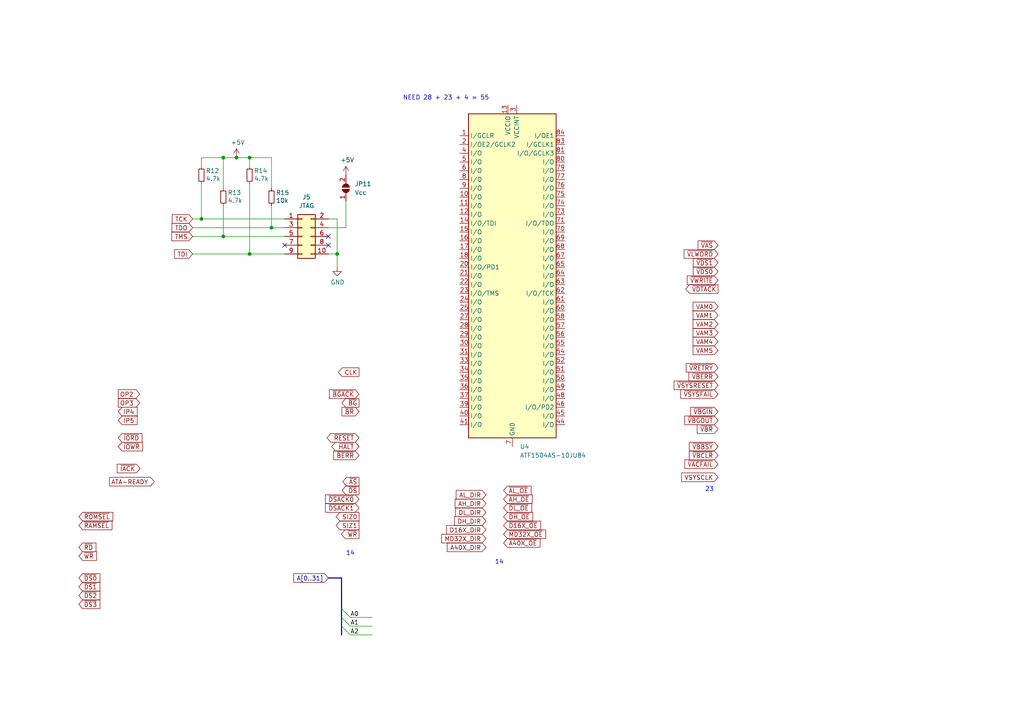
<source format=kicad_sch>
(kicad_sch (version 20231120) (generator "eeschema") (generator_version "8.0")
  (paper "A4")
  (title_block (title "k30-VME32") (rev "1"))
  (lib_symbols
    (symbol "Computie_CPLDs:ATF1504AS-10JU84"
      (property "Reference" "U" (at -12.7 48.26 0))
      (property "Value" "ATF1504AS-10JU84" (at 22.86 48.26 0))
      (symbol "ATF1504AS-10JU84_0_1"
        (rectangle (start -12.7 46.99) (end 12.7 -46.99) (stroke (width 0.254)) (fill (type background)))
      )
      (symbol "ATF1504AS-10JU84_1_1"
        (pin input line (at -15.24 40.64 0) (length 2.54) (name "I/GCLR") (number "1"))
        (pin bidirectional line (at -15.24 22.86 0) (length 2.54) (name "I/O") (number "10"))
        (pin bidirectional line (at -15.24 20.32 0) (length 2.54) (name "I/O") (number "11"))
        (pin bidirectional line (at -15.24 17.78 0) (length 2.54) (name "I/O") (number "12"))
        (pin power_in line (at -1.27 49.53 270) (length 2.54) (name "VCCIO") (number "13"))
        (pin bidirectional line (at -15.24 15.24 0) (length 2.54) (name "I/O/TDI") (number "14"))
        (pin bidirectional line (at -15.24 12.7 0) (length 2.54) (name "I/O") (number "15"))
        (pin bidirectional line (at -15.24 10.16 0) (length 2.54) (name "I/O") (number "16"))
        (pin bidirectional line (at -15.24 7.62 0) (length 2.54) (name "I/O") (number "17"))
        (pin bidirectional line (at -15.24 5.08 0) (length 2.54) (name "I/O") (number "18"))
        (pin passive line (at 0 -49.53 90) (length 2.54) hide (name "GND") (number "19"))
        (pin input line (at -15.24 38.1 0) (length 2.54) (name "I/OE2/GCLK2") (number "2"))
        (pin bidirectional line (at -15.24 2.54 0) (length 2.54) (name "I/O/PD1") (number "20"))
        (pin bidirectional line (at -15.24 0 0) (length 2.54) (name "I/O") (number "21"))
        (pin bidirectional line (at -15.24 -2.54 0) (length 2.54) (name "I/O") (number "22"))
        (pin bidirectional line (at -15.24 -5.08 0) (length 2.54) (name "I/O/TMS") (number "23"))
        (pin bidirectional line (at -15.24 -7.62 0) (length 2.54) (name "I/O") (number "24"))
        (pin bidirectional line (at -15.24 -10.16 0) (length 2.54) (name "I/O") (number "25"))
        (pin passive line (at -1.27 49.53 270) (length 2.54) hide (name "VCCIO") (number "26"))
        (pin bidirectional line (at -15.24 -12.7 0) (length 2.54) (name "I/O") (number "27"))
        (pin bidirectional line (at -15.24 -15.24 0) (length 2.54) (name "I/O") (number "28"))
        (pin bidirectional line (at -15.24 -17.78 0) (length 2.54) (name "I/O") (number "29"))
        (pin power_in line (at 1.27 49.53 270) (length 2.54) (name "VCCINT") (number "3"))
        (pin bidirectional line (at -15.24 -20.32 0) (length 2.54) (name "I/O") (number "30"))
        (pin bidirectional line (at -15.24 -22.86 0) (length 2.54) (name "I/O") (number "31"))
        (pin passive line (at 0 -49.53 90) (length 2.54) hide (name "GND") (number "32"))
        (pin bidirectional line (at -15.24 -25.4 0) (length 2.54) (name "I/O") (number "33"))
        (pin bidirectional line (at -15.24 -27.94 0) (length 2.54) (name "I/O") (number "34"))
        (pin bidirectional line (at -15.24 -30.48 0) (length 2.54) (name "I/O") (number "35"))
        (pin bidirectional line (at -15.24 -33.02 0) (length 2.54) (name "I/O") (number "36"))
        (pin bidirectional line (at -15.24 -35.56 0) (length 2.54) (name "I/O") (number "37"))
        (pin passive line (at -1.27 49.53 270) (length 2.54) hide (name "VCCIO") (number "38"))
        (pin bidirectional line (at -15.24 -38.1 0) (length 2.54) (name "I/O") (number "39"))
        (pin bidirectional line (at -15.24 35.56 0) (length 2.54) (name "I/O") (number "4"))
        (pin bidirectional line (at -15.24 -40.64 0) (length 2.54) (name "I/O") (number "40"))
        (pin bidirectional line (at -15.24 -43.18 0) (length 2.54) (name "I/O") (number "41"))
        (pin passive line (at 0 -49.53 90) (length 2.54) hide (name "GND") (number "42"))
        (pin passive line (at 1.27 49.53 270) (length 2.54) hide (name "VCCINT") (number "43"))
        (pin bidirectional line (at 15.24 -43.18 180) (length 2.54) (name "I/O") (number "44"))
        (pin bidirectional line (at 15.24 -40.64 180) (length 2.54) (name "I/O") (number "45"))
        (pin bidirectional line (at 15.24 -38.1 180) (length 2.54) (name "I/O/PD2") (number "46"))
        (pin passive line (at 0 -49.53 90) (length 2.54) hide (name "GND") (number "47"))
        (pin bidirectional line (at 15.24 -35.56 180) (length 2.54) (name "I/O") (number "48"))
        (pin bidirectional line (at 15.24 -33.02 180) (length 2.54) (name "I/O") (number "49"))
        (pin bidirectional line (at -15.24 33.02 0) (length 2.54) (name "I/O") (number "5"))
        (pin bidirectional line (at 15.24 -30.48 180) (length 2.54) (name "I/O") (number "50"))
        (pin bidirectional line (at 15.24 -27.94 180) (length 2.54) (name "I/O") (number "51"))
        (pin bidirectional line (at 15.24 -25.4 180) (length 2.54) (name "I/O") (number "52"))
        (pin passive line (at -1.27 49.53 270) (length 2.54) hide (name "VCCIO") (number "53"))
        (pin bidirectional line (at 15.24 -22.86 180) (length 2.54) (name "I/O") (number "54"))
        (pin bidirectional line (at 15.24 -20.32 180) (length 2.54) (name "I/O") (number "55"))
        (pin bidirectional line (at 15.24 -17.78 180) (length 2.54) (name "I/O") (number "56"))
        (pin bidirectional line (at 15.24 -15.24 180) (length 2.54) (name "I/O") (number "57"))
        (pin bidirectional line (at 15.24 -12.7 180) (length 2.54) (name "I/O") (number "58"))
        (pin passive line (at 0 -49.53 90) (length 2.54) hide (name "GND") (number "59"))
        (pin bidirectional line (at -15.24 30.48 0) (length 2.54) (name "I/O") (number "6"))
        (pin bidirectional line (at 15.24 -10.16 180) (length 2.54) (name "I/O") (number "60"))
        (pin bidirectional line (at 15.24 -7.62 180) (length 2.54) (name "I/O") (number "61"))
        (pin bidirectional line (at 15.24 -5.08 180) (length 2.54) (name "I/O/TCK") (number "62"))
        (pin bidirectional line (at 15.24 -2.54 180) (length 2.54) (name "I/O") (number "63"))
        (pin bidirectional line (at 15.24 0 180) (length 2.54) (name "I/O") (number "64"))
        (pin bidirectional line (at 15.24 2.54 180) (length 2.54) (name "I/O") (number "65"))
        (pin passive line (at -1.27 49.53 270) (length 2.54) hide (name "VCCIO") (number "66"))
        (pin bidirectional line (at 15.24 5.08 180) (length 2.54) (name "I/O") (number "67"))
        (pin bidirectional line (at 15.24 7.62 180) (length 2.54) (name "I/O") (number "68"))
        (pin bidirectional line (at 15.24 10.16 180) (length 2.54) (name "I/O") (number "69"))
        (pin power_in line (at 0 -49.53 90) (length 2.54) (name "GND") (number "7"))
        (pin bidirectional line (at 15.24 12.7 180) (length 2.54) (name "I/O") (number "70"))
        (pin bidirectional line (at 15.24 15.24 180) (length 2.54) (name "I/O/TDO") (number "71"))
        (pin passive line (at 0 -49.53 90) (length 2.54) hide (name "GND") (number "72"))
        (pin bidirectional line (at 15.24 17.78 180) (length 2.54) (name "I/O") (number "73"))
        (pin bidirectional line (at 15.24 20.32 180) (length 2.54) (name "I/O") (number "74"))
        (pin bidirectional line (at 15.24 22.86 180) (length 2.54) (name "I/O") (number "75"))
        (pin bidirectional line (at 15.24 25.4 180) (length 2.54) (name "I/O") (number "76"))
        (pin bidirectional line (at 15.24 27.94 180) (length 2.54) (name "I/O") (number "77"))
        (pin passive line (at -1.27 49.53 270) (length 2.54) hide (name "VCCIO") (number "78"))
        (pin bidirectional line (at 15.24 30.48 180) (length 2.54) (name "I/O") (number "79"))
        (pin bidirectional line (at -15.24 27.94 0) (length 2.54) (name "I/O") (number "8"))
        (pin bidirectional line (at 15.24 33.02 180) (length 2.54) (name "I/O") (number "80"))
        (pin bidirectional line (at 15.24 35.56 180) (length 2.54) (name "I/O/GCLK3") (number "81"))
        (pin passive line (at 0 -49.53 90) (length 2.54) hide (name "GND") (number "82"))
        (pin input line (at 15.24 38.1 180) (length 2.54) (name "I/GCLK1") (number "83"))
        (pin input line (at 15.24 40.64 180) (length 2.54) (name "I/OE1") (number "84"))
        (pin bidirectional line (at -15.24 25.4 0) (length 2.54) (name "I/O") (number "9"))
      )
    )
    (symbol "Connector_Generic:Conn_02x05_Odd_Even" (pin_names (offset 1.016) hide)
      (property "Reference" "J" (at 1.27 7.62 0))
      (property "Value" "Conn_02x05_Odd_Even" (at 1.27 -7.62 0))
      (symbol "Conn_02x05_Odd_Even_1_1"
        (rectangle (start -1.27 -4.953) (end 0 -5.207) (stroke (width 0.1524)))
        (rectangle (start -1.27 -2.413) (end 0 -2.667) (stroke (width 0.1524)))
        (rectangle (start -1.27 0.127) (end 0 -0.127) (stroke (width 0.1524)))
        (rectangle (start -1.27 2.667) (end 0 2.413) (stroke (width 0.1524)))
        (rectangle (start -1.27 5.207) (end 0 4.953) (stroke (width 0.1524)))
        (rectangle (start -1.27 6.35) (end 3.81 -6.35) (stroke (width 0.254)) (fill (type background)))
        (rectangle (start 3.81 -4.953) (end 2.54 -5.207) (stroke (width 0.1524)))
        (rectangle (start 3.81 -2.413) (end 2.54 -2.667) (stroke (width 0.1524)))
        (rectangle (start 3.81 0.127) (end 2.54 -0.127) (stroke (width 0.1524)))
        (rectangle (start 3.81 2.667) (end 2.54 2.413) (stroke (width 0.1524)))
        (rectangle (start 3.81 5.207) (end 2.54 4.953) (stroke (width 0.1524)))
        (pin passive line (at -5.08 5.08 0) (length 3.81) (name "Pin_1") (number "1"))
        (pin passive line (at 7.62 -5.08 180) (length 3.81) (name "Pin_10") (number "10"))
        (pin passive line (at 7.62 5.08 180) (length 3.81) (name "Pin_2") (number "2"))
        (pin passive line (at -5.08 2.54 0) (length 3.81) (name "Pin_3") (number "3"))
        (pin passive line (at 7.62 2.54 180) (length 3.81) (name "Pin_4") (number "4"))
        (pin passive line (at -5.08 0 0) (length 3.81) (name "Pin_5") (number "5"))
        (pin passive line (at 7.62 0 180) (length 3.81) (name "Pin_6") (number "6"))
        (pin passive line (at -5.08 -2.54 0) (length 3.81) (name "Pin_7") (number "7"))
        (pin passive line (at 7.62 -2.54 180) (length 3.81) (name "Pin_8") (number "8"))
        (pin passive line (at -5.08 -5.08 0) (length 3.81) (name "Pin_9") (number "9"))
      )
    )
    (symbol "Device:R_Small" (pin_numbers hide) (pin_names (offset 0.254) hide)
      (property "Reference" "R" (at 0.762 0.508 0))
      (property "Value" "R_Small" (at 0.762 -1.016 0))
      (symbol "R_Small_0_1"
        (rectangle (start -0.762 1.778) (end 0.762 -1.778) (stroke (width 0.2032)))
      )
      (symbol "R_Small_1_1"
        (pin passive line (at 0 2.54 270) (length 0.762) (name "~") (number "1"))
        (pin passive line (at 0 -2.54 90) (length 0.762) (name "~") (number "2"))
      )
    )
    (symbol "Jumper:SolderJumper_2_Open" (pin_names (offset 0) hide)
      (property "Reference" "JP" (at 0 2.032 0))
      (property "Value" "SolderJumper_2_Open" (at 0 -2.54 0))
      (symbol "SolderJumper_2_Open_0_1"
        (arc (start -0.254 1.016) (mid -1.2656 0) (end -0.254 -1.016))
        (arc (start -0.254 1.016) (mid -1.2656 0) (end -0.254 -1.016) (fill (type outline)))
        (polyline (pts (xy -0.254 1.016) (xy -0.254 -1.016)))
        (polyline (pts (xy 0.254 1.016) (xy 0.254 -1.016)))
        (arc (start 0.254 -1.016) (mid 1.2656 0) (end 0.254 1.016))
        (arc (start 0.254 -1.016) (mid 1.2656 0) (end 0.254 1.016) (fill (type outline)))
      )
      (symbol "SolderJumper_2_Open_1_1"
        (pin passive line (at -3.81 0 0) (length 2.54) (name "A") (number "1"))
        (pin passive line (at 3.81 0 180) (length 2.54) (name "B") (number "2"))
      )
    )
    (symbol "power:+5V" (power) (pin_names (offset 0))
      (property "Value" "+5V" (at 0 3.556 0))
      (symbol "+5V_0_1"
        (polyline (pts (xy -0.762 1.27) (xy 0 2.54)))
        (polyline (pts (xy 0 0) (xy 0 2.54)))
        (polyline (pts (xy 0 2.54) (xy 0.762 1.27)))
      )
      (symbol "+5V_1_1"
        (pin power_in line (at 0 0 90) (length 0) hide (name "+5V") (number "1"))
      )
    )
    (symbol "power:GND" (power) (pin_names (offset 0))
      (property "Value" "GND" (at 0 -3.81 0))
      (symbol "GND_0_1"
        (polyline (pts (xy 0 0) (xy 0 -1.27) (xy 1.27 -1.27) (xy 0 -2.54) (xy -1.27 -1.27) (xy 0 -1.27)))
      )
      (symbol "GND_1_1"
        (pin power_in line (at 0 0 270) (length 0) hide (name "GND") (number "1"))
      )
    )
  )
  (junction (at 68.58 45.72))
  (junction (at 78.74 66.04))
  (junction (at 64.77 45.72))
  (junction (at 72.39 45.72))
  (junction (at 72.39 73.66))
  (junction (at 97.79 73.66))
  (junction (at 58.42 63.5))
  (junction (at 64.77 68.58))
  (no_connect (at 82.55 71.12))
  (no_connect (at 95.25 71.12))
  (no_connect (at 95.25 68.58))
  (bus_entry (at 99.06 179.07) (size 2.54 2.54))
  (bus_entry (at 99.06 181.61) (size 2.54 2.54))
  (bus_entry (at 99.06 176.53) (size 2.54 2.54))
  (wire (pts (xy 95.25 66.04) (xy 100.33 66.04)))
  (wire (pts (xy 68.58 45.72) (xy 72.39 45.72)))
  (wire (pts (xy 97.79 73.66) (xy 97.79 77.47)))
  (bus (pts (xy 95.25 167.64) (xy 99.06 167.64)))
  (wire (pts (xy 58.42 63.5) (xy 55.88 63.5)))
  (wire (pts (xy 100.33 58.42) (xy 100.33 66.04)))
  (wire (pts (xy 55.88 73.66) (xy 72.39 73.66)))
  (wire (pts (xy 95.25 63.5) (xy 97.79 63.5)))
  (wire (pts (xy 72.39 73.66) (xy 82.55 73.66)))
  (wire (pts (xy 58.42 48.26) (xy 58.42 45.72)))
  (wire (pts (xy 64.77 68.58) (xy 82.55 68.58)))
  (bus (pts (xy 99.06 181.61) (xy 99.06 184.15)))
  (wire (pts (xy 72.39 45.72) (xy 72.39 48.26)))
  (wire (pts (xy 101.6 179.07) (xy 107.95 179.07)))
  (bus (pts (xy 99.06 179.07) (xy 99.06 181.61)))
  (wire (pts (xy 58.42 63.5) (xy 82.55 63.5)))
  (bus (pts (xy 99.06 176.53) (xy 99.06 179.07)))
  (wire (pts (xy 64.77 68.58) (xy 55.88 68.58)))
  (wire (pts (xy 97.79 63.5) (xy 97.79 73.66)))
  (bus (pts (xy 99.06 167.64) (xy 99.06 176.53)))
  (wire (pts (xy 78.74 59.69) (xy 78.74 66.04)))
  (wire (pts (xy 101.6 184.15) (xy 107.95 184.15)))
  (wire (pts (xy 78.74 66.04) (xy 82.55 66.04)))
  (wire (pts (xy 95.25 73.66) (xy 97.79 73.66)))
  (wire (pts (xy 72.39 53.34) (xy 72.39 73.66)))
  (wire (pts (xy 64.77 59.69) (xy 64.77 68.58)))
  (wire (pts (xy 101.6 181.61) (xy 107.95 181.61)))
  (wire (pts (xy 58.42 53.34) (xy 58.42 63.5)))
  (wire (pts (xy 78.74 54.61) (xy 78.74 45.72)))
  (wire (pts (xy 55.88 66.04) (xy 78.74 66.04)))
  (wire (pts (xy 64.77 45.72) (xy 68.58 45.72)))
  (wire (pts (xy 58.42 45.72) (xy 64.77 45.72)))
  (wire (pts (xy 64.77 45.72) (xy 64.77 54.61)))
  (wire (pts (xy 72.39 45.72) (xy 78.74 45.72)))
  (text "14\n" (at 100.33 161.29 0) (effects (font (size 1.27 1.27)) (justify left bottom)))
  (text "14\n" (at 143.51 163.83 0) (effects (font (size 1.27 1.27)) (justify left bottom)))
  (text "NEED 28 + 23 + 4 = 55" (at 116.84 29.21 0) (effects (font (size 1.27 1.27)) (justify left bottom)))
  (text "23\n\n" (at 204.47 144.78 0) (effects (font (size 1.27 1.27)) (justify left bottom)))
  (label "A0" (at 101.6 179.07 0))
  (label "A2" (at 101.6 184.15 0))
  (label "A1" (at 101.6 181.61 0))
  (global_label "~{AS}" (shape output) (at 104.14 139.7 180) (property "Intersheetrefs" "${INTERSHEET_REFS}" (effects (hide yes))))
  (global_label "CLK" (shape output) (at 104.14 107.95 180) (property "Intersheetrefs" "${INTERSHEET_REFS}" (effects (hide yes))))
  (global_label "~{RESET}" (shape bidirectional) (at 104.14 127 180) (property "Intersheetrefs" "${INTERSHEET_REFS}" (effects (hide yes))))
  (global_label "DH_DIR" (shape input) (at 140.97 151.13 180) (property "Intersheetrefs" "${INTERSHEET_REFS}" (effects (hide yes))))
  (global_label "~{VWRITE}" (shape input) (at 208.28 81.28 180) (property "Intersheetrefs" "${INTERSHEET_REFS}" (effects (hide yes))))
  (global_label "OP2" (shape output) (at 34.29 114.3 0) (property "Intersheetrefs" "${INTERSHEET_REFS}" (effects (hide yes))))
  (global_label "~{WR}" (shape input) (at 22.86 161.29 0) (property "Intersheetrefs" "${INTERSHEET_REFS}" (effects (hide yes))))
  (global_label "~{A40X_OE}" (shape input) (at 146.05 157.48 0) (property "Intersheetrefs" "${INTERSHEET_REFS}" (effects (hide yes))))
  (global_label "~{RD}" (shape input) (at 22.86 158.75 0) (property "Intersheetrefs" "${INTERSHEET_REFS}" (effects (hide yes))))
  (global_label "~{DH_OE}" (shape input) (at 146.05 149.86 0) (property "Intersheetrefs" "${INTERSHEET_REFS}" (effects (hide yes))))
  (global_label "SIZ0" (shape output) (at 104.14 149.86 180) (property "Intersheetrefs" "${INTERSHEET_REFS}" (effects (hide yes))))
  (global_label "~{BR}" (shape input) (at 104.14 119.38 180) (property "Intersheetrefs" "${INTERSHEET_REFS}" (effects (hide yes))))
  (global_label "~{VACFAIL}" (shape input) (at 208.28 134.62 180) (property "Intersheetrefs" "${INTERSHEET_REFS}" (effects (hide yes))))
  (global_label "TCK" (shape input) (at 55.88 63.5 180) (property "Intersheetrefs" "${INTERSHEET_REFS}" (effects (hide yes))))
  (global_label "~{VSYSRESET}" (shape input) (at 208.28 111.76 180) (property "Intersheetrefs" "${INTERSHEET_REFS}" (effects (hide yes))))
  (global_label "~{VBBSY}" (shape input) (at 208.28 129.54 180) (property "Intersheetrefs" "${INTERSHEET_REFS}" (effects (hide yes))))
  (global_label "SIZ1" (shape output) (at 104.14 152.4 180) (property "Intersheetrefs" "${INTERSHEET_REFS}" (effects (hide yes))))
  (global_label "~{IORD}" (shape input) (at 34.29 127 0) (property "Intersheetrefs" "${INTERSHEET_REFS}" (effects (hide yes))))
  (global_label "~{VDS1}" (shape input) (at 208.28 76.2 180) (property "Intersheetrefs" "${INTERSHEET_REFS}" (effects (hide yes))))
  (global_label "VAM0" (shape input) (at 208.28 88.9 180) (property "Intersheetrefs" "${INTERSHEET_REFS}" (effects (hide yes))))
  (global_label "~{DSACK1}" (shape input) (at 104.14 147.32 180) (property "Intersheetrefs" "${INTERSHEET_REFS}" (effects (hide yes))))
  (global_label "~{DS0}" (shape input) (at 22.86 167.64 0) (property "Intersheetrefs" "${INTERSHEET_REFS}" (effects (hide yes))))
  (global_label "~{IACK}" (shape input) (at 40.64 135.89 180) (property "Intersheetrefs" "${INTERSHEET_REFS}" (effects (hide yes))))
  (global_label "~{VBCLR}" (shape input) (at 208.28 132.08 180) (property "Intersheetrefs" "${INTERSHEET_REFS}" (effects (hide yes))))
  (global_label "IP4" (shape input) (at 34.29 119.38 0) (property "Intersheetrefs" "${INTERSHEET_REFS}" (effects (hide yes))))
  (global_label "~{ROMSEL}" (shape input) (at 22.86 149.86 0) (property "Intersheetrefs" "${INTERSHEET_REFS}" (effects (hide yes))))
  (global_label "~{VSYSFAIL}" (shape input) (at 208.28 114.3 180) (property "Intersheetrefs" "${INTERSHEET_REFS}" (effects (hide yes))))
  (global_label "D16X_DIR" (shape input) (at 140.97 153.67 180) (property "Intersheetrefs" "${INTERSHEET_REFS}" (effects (hide yes))))
  (global_label "~{VBGIN}" (shape input) (at 208.28 119.38 180) (property "Intersheetrefs" "${INTERSHEET_REFS}" (effects (hide yes))))
  (global_label "TMS" (shape input) (at 55.88 68.58 180) (property "Intersheetrefs" "${INTERSHEET_REFS}" (effects (hide yes))))
  (global_label "VAM5" (shape input) (at 208.28 101.6 180) (property "Intersheetrefs" "${INTERSHEET_REFS}" (effects (hide yes))))
  (global_label "~{DS}" (shape output) (at 104.14 142.24 180) (property "Intersheetrefs" "${INTERSHEET_REFS}" (effects (hide yes))))
  (global_label "OP3" (shape output) (at 34.29 116.84 0) (property "Intersheetrefs" "${INTERSHEET_REFS}" (effects (hide yes))))
  (global_label "IP5" (shape input) (at 34.29 121.92 0) (property "Intersheetrefs" "${INTERSHEET_REFS}" (effects (hide yes))))
  (global_label "~{AH_OE}" (shape input) (at 146.05 144.78 0) (property "Intersheetrefs" "${INTERSHEET_REFS}" (effects (hide yes))))
  (global_label "~{D16X_OE}" (shape input) (at 146.05 152.4 0) (property "Intersheetrefs" "${INTERSHEET_REFS}" (effects (hide yes))))
  (global_label "~{DL_OE}" (shape input) (at 146.05 147.32 0) (property "Intersheetrefs" "${INTERSHEET_REFS}" (effects (hide yes))))
  (global_label "~{MD32X_OE}" (shape input) (at 146.05 154.94 0) (property "Intersheetrefs" "${INTERSHEET_REFS}" (effects (hide yes))))
  (global_label "~{BG}" (shape output) (at 104.14 116.84 180) (property "Intersheetrefs" "${INTERSHEET_REFS}" (effects (hide yes))))
  (global_label "~{VAS}" (shape input) (at 208.28 71.12 180) (property "Intersheetrefs" "${INTERSHEET_REFS}" (effects (hide yes))))
  (global_label "~{DS2}" (shape input) (at 22.86 172.72 0) (property "Intersheetrefs" "${INTERSHEET_REFS}" (effects (hide yes))))
  (global_label "~{VBGOUT}" (shape input) (at 208.28 121.92 180) (property "Intersheetrefs" "${INTERSHEET_REFS}" (effects (hide yes))))
  (global_label "~{DSACK0}" (shape input) (at 104.14 144.78 180) (property "Intersheetrefs" "${INTERSHEET_REFS}" (effects (hide yes))))
  (global_label "~{IOWR}" (shape input) (at 34.29 129.54 0) (property "Intersheetrefs" "${INTERSHEET_REFS}" (effects (hide yes))))
  (global_label "~{DS1}" (shape input) (at 22.86 170.18 0) (property "Intersheetrefs" "${INTERSHEET_REFS}" (effects (hide yes))))
  (global_label "~{RAMSEL}" (shape input) (at 22.86 152.4 0) (property "Intersheetrefs" "${INTERSHEET_REFS}" (effects (hide yes))))
  (global_label "~{HALT}" (shape bidirectional) (at 104.14 129.54 180) (property "Intersheetrefs" "${INTERSHEET_REFS}" (effects (hide yes))))
  (global_label "TDI" (shape input) (at 55.88 73.66 180) (property "Intersheetrefs" "${INTERSHEET_REFS}" (effects (hide yes))))
  (global_label "~{VLWORD}" (shape input) (at 208.28 73.66 180) (property "Intersheetrefs" "${INTERSHEET_REFS}" (effects (hide yes))))
  (global_label "~{VBR}" (shape input) (at 208.28 124.46 180) (property "Intersheetrefs" "${INTERSHEET_REFS}" (effects (hide yes))))
  (global_label "~{VDS0}" (shape input) (at 208.28 78.74 180) (property "Intersheetrefs" "${INTERSHEET_REFS}" (effects (hide yes))))
  (global_label "~{VDTACK}" (shape output) (at 208.28 83.82 180) (property "Intersheetrefs" "${INTERSHEET_REFS}" (effects (hide yes))))
  (global_label "~{VBERR}" (shape input) (at 208.28 109.22 180) (property "Intersheetrefs" "${INTERSHEET_REFS}" (effects (hide yes))))
  (global_label "VAM1" (shape input) (at 208.28 91.44 180) (property "Intersheetrefs" "${INTERSHEET_REFS}" (effects (hide yes))))
  (global_label "VAM4" (shape input) (at 208.28 99.06 180) (property "Intersheetrefs" "${INTERSHEET_REFS}" (effects (hide yes))))
  (global_label "ATA-READY" (shape output) (at 31.75 139.7 0) (property "Intersheetrefs" "${INTERSHEET_REFS}" (effects (hide yes))))
  (global_label "DL_DIR" (shape input) (at 140.97 148.59 180) (property "Intersheetrefs" "${INTERSHEET_REFS}" (effects (hide yes))))
  (global_label "~{DS3}" (shape input) (at 22.86 175.26 0) (property "Intersheetrefs" "${INTERSHEET_REFS}" (effects (hide yes))))
  (global_label "A40X_DIR" (shape input) (at 140.97 158.75 180) (property "Intersheetrefs" "${INTERSHEET_REFS}" (effects (hide yes))))
  (global_label "AH_DIR" (shape input) (at 140.97 146.05 180) (property "Intersheetrefs" "${INTERSHEET_REFS}" (effects (hide yes))))
  (global_label "~{VRETRY}" (shape input) (at 208.28 106.68 180) (property "Intersheetrefs" "${INTERSHEET_REFS}" (effects (hide yes))))
  (global_label "~{BGACK}" (shape input) (at 104.14 114.3 180) (property "Intersheetrefs" "${INTERSHEET_REFS}" (effects (hide yes))))
  (global_label "TDO" (shape input) (at 55.88 66.04 180) (property "Intersheetrefs" "${INTERSHEET_REFS}" (effects (hide yes))))
  (global_label "~{BERR}" (shape input) (at 104.14 132.08 180) (property "Intersheetrefs" "${INTERSHEET_REFS}" (effects (hide yes))))
  (global_label "~{AL_OE}" (shape input) (at 146.05 142.24 0) (property "Intersheetrefs" "${INTERSHEET_REFS}" (effects (hide yes))))
  (global_label "~{WR}" (shape output) (at 104.14 154.94 180) (property "Intersheetrefs" "${INTERSHEET_REFS}" (effects (hide yes))))
  (global_label "VAM2" (shape input) (at 208.28 93.98 180) (property "Intersheetrefs" "${INTERSHEET_REFS}" (effects (hide yes))))
  (global_label "MD32X_DIR" (shape input) (at 140.97 156.21 180) (property "Intersheetrefs" "${INTERSHEET_REFS}" (effects (hide yes))))
  (global_label "A[0..31]" (shape input) (at 95.25 167.64 180) (property "Intersheetrefs" "${INTERSHEET_REFS}" (effects (hide yes))))
  (global_label "AL_DIR" (shape input) (at 140.97 143.51 180) (property "Intersheetrefs" "${INTERSHEET_REFS}" (effects (hide yes))))
  (global_label "VSYSCLK" (shape input) (at 208.28 138.43 180) (property "Intersheetrefs" "${INTERSHEET_REFS}" (effects (hide yes))))
  (global_label "VAM3" (shape input) (at 208.28 96.52 180) (property "Intersheetrefs" "${INTERSHEET_REFS}" (effects (hide yes))))
  (symbol (lib_id "Jumper:SolderJumper_2_Open") (at 100.33 54.61 90) (unit 1) (exclude_from_sim yes) (in_bom no)
    (property "Reference" "JP11" (at 102.87 53.3399 90) (effects (justify right)))
    (property "Value" "Vcc" (at 102.87 55.8799 90) (effects (justify right)))
    (property "Footprint" "Jumper:SolderJumper-2_P1.3mm_Open_RoundedPad1.0x1.5mm" (effects (hide yes)))
    (property "Description" "Solder Jumper, 2-pole, open" (effects (hide yes)))
  )
  (symbol (lib_id "power:+5V") (at 68.58 45.72 0) (unit 1)
    (property "Reference" "#PWR075" (effects (hide yes)))
    (property "Value" "+5V" (at 68.961 41.3258 0))
  )
  (symbol (lib_id "power:+5V") (at 100.33 50.8 0) (unit 1)
    (property "Reference" "#PWR077" (effects (hide yes)))
    (property "Value" "+5V" (at 100.711 46.4058 0))
  )
  (symbol (lib_id "Device:R_Small") (at 78.74 57.15 0) (unit 1)
    (property "Reference" "R15" (at 80.01 55.88 0) (effects (justify left)))
    (property "Value" "10k" (at 80.01 58.166 0) (effects (justify left)))
    (property "Footprint" "Resistor_THT:R_Axial_DIN0204_L3.6mm_D1.6mm_P5.08mm_Horizontal" (effects (hide yes)))
    (property "Description" "Resistor, small symbol" (effects (hide yes)))
  )
  (symbol (lib_id "Computie_CPLDs:ATF1504AS-10JU84") (at 148.59 80.01 0) (unit 1)
    (property "Reference" "U4" (at 150.7841 129.54 0) (effects (justify left)))
    (property "Value" "ATF1504AS-10JU84" (at 150.7841 132.08 0) (effects (justify left)))
    (property "Footprint" "Package_LCC:PLCC-84_THT-Socket" (effects (hide yes)))
    (property "Datasheet" "http://ww1.microchip.com/downloads/en/DeviceDoc/Atmel-0950-CPLD-ATF1504AS(L)-Datasheet.pdf" (effects (hide yes)))
  )
  (symbol (lib_id "Device:R_Small") (at 58.42 50.8 0) (unit 1)
    (property "Reference" "R12" (at 59.69 49.53 0) (effects (justify left)))
    (property "Value" "4.7k" (at 59.69 51.816 0) (effects (justify left)))
    (property "Footprint" "Resistor_THT:R_Axial_DIN0204_L3.6mm_D1.6mm_P5.08mm_Horizontal" (effects (hide yes)))
    (property "Description" "Resistor, small symbol" (effects (hide yes)))
  )
  (symbol (lib_id "power:GND") (at 97.79 77.47 0) (unit 1)
    (property "Reference" "#PWR076" (effects (hide yes)))
    (property "Value" "GND" (at 97.917 81.8642 0))
    (property "Description" "Power symbol creates a global label with name \"GND\" , ground" (effects (hide yes)))
  )
  (symbol (lib_id "Device:R_Small") (at 64.77 57.15 0) (unit 1)
    (property "Reference" "R13" (at 66.04 55.88 0) (effects (justify left)))
    (property "Value" "4.7k" (at 66.04 58.166 0) (effects (justify left)))
    (property "Footprint" "Resistor_THT:R_Axial_DIN0204_L3.6mm_D1.6mm_P5.08mm_Horizontal" (effects (hide yes)))
    (property "Description" "Resistor, small symbol" (effects (hide yes)))
  )
  (symbol (lib_id "Device:R_Small") (at 72.39 50.8 0) (unit 1)
    (property "Reference" "R14" (at 73.66 49.53 0) (effects (justify left)))
    (property "Value" "4.7k" (at 73.66 51.816 0) (effects (justify left)))
    (property "Footprint" "Resistor_THT:R_Axial_DIN0204_L3.6mm_D1.6mm_P5.08mm_Horizontal" (effects (hide yes)))
    (property "Description" "Resistor, small symbol" (effects (hide yes)))
  )
  (symbol (lib_id "Connector_Generic:Conn_02x05_Odd_Even") (at 87.63 68.58 0) (unit 1)
    (property "Reference" "J5" (at 88.9 57.15 0))
    (property "Value" "JTAG" (at 88.9 59.69 0))
    (property "Footprint" "Connector_PinHeader_2.54mm:PinHeader_2x05_P2.54mm_Vertical" (effects (hide yes)))
    (property "Description" "Generic connector, double row, 02x05, odd/even pin numbering scheme (row 1 odd numbers, row 2 even numbers), script generated (kicad-library-utils/schlib/autogen/connector/)" (effects (hide yes)))
  )
)
</source>
